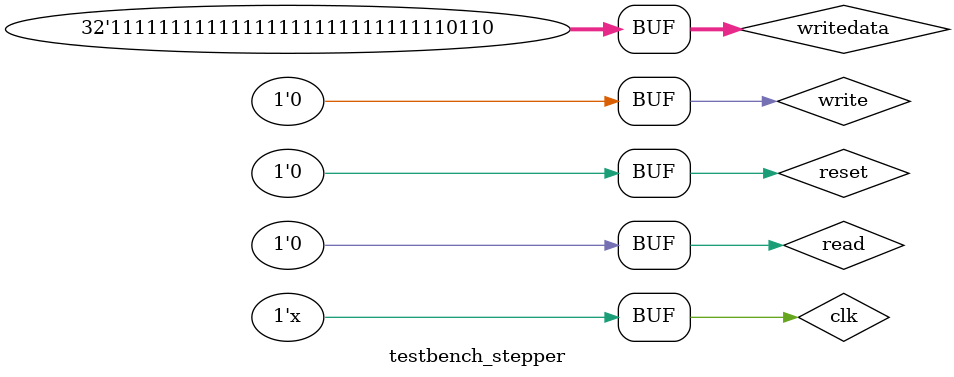
<source format=sv>
`timescale 10ns/10ns
module testbench_stepper;
  reg clk, reset, write, read;
  reg [31:0] writedata;
  wire [31:0] readdata;
  wire step, dir;

  Stepper DUT(clk,reset,
    write,writedata,read,readdata,
    step, dir);

  initial
  begin
    clk = 0;
    reset = 0;
    write = 0;
    read = 0;
    #2
    reset = 1;
    #2
    reset = 0;
    #2
    // step test positive direction
    read = 0;

    write = 1;
    writedata = 10;
    #2
    write = 0;
    #20 // this will interupt the previous count
    write = 1;
    writedata = -10;
    #2
    write = 0;
  end

  always
    #1 clk = !clk;

endmodule // testbench_TCM4671

</source>
